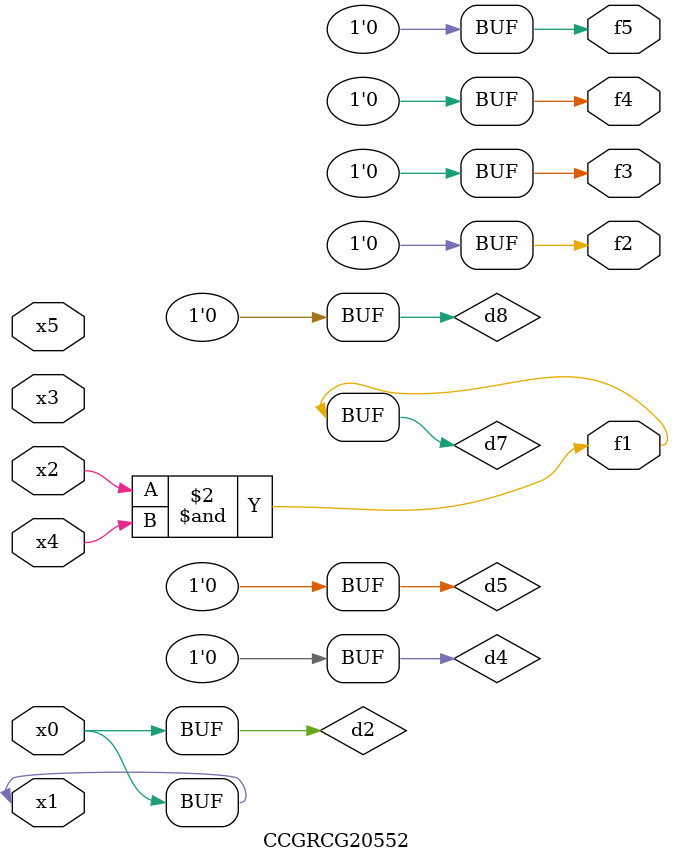
<source format=v>
module CCGRCG20552(
	input x0, x1, x2, x3, x4, x5,
	output f1, f2, f3, f4, f5
);

	wire d1, d2, d3, d4, d5, d6, d7, d8, d9;

	nand (d1, x1);
	buf (d2, x0, x1);
	nand (d3, x2, x4);
	and (d4, d1, d2);
	and (d5, d1, d2);
	nand (d6, d1, d3);
	not (d7, d3);
	xor (d8, d5);
	nor (d9, d5, d6);
	assign f1 = d7;
	assign f2 = d8;
	assign f3 = d8;
	assign f4 = d8;
	assign f5 = d8;
endmodule

</source>
